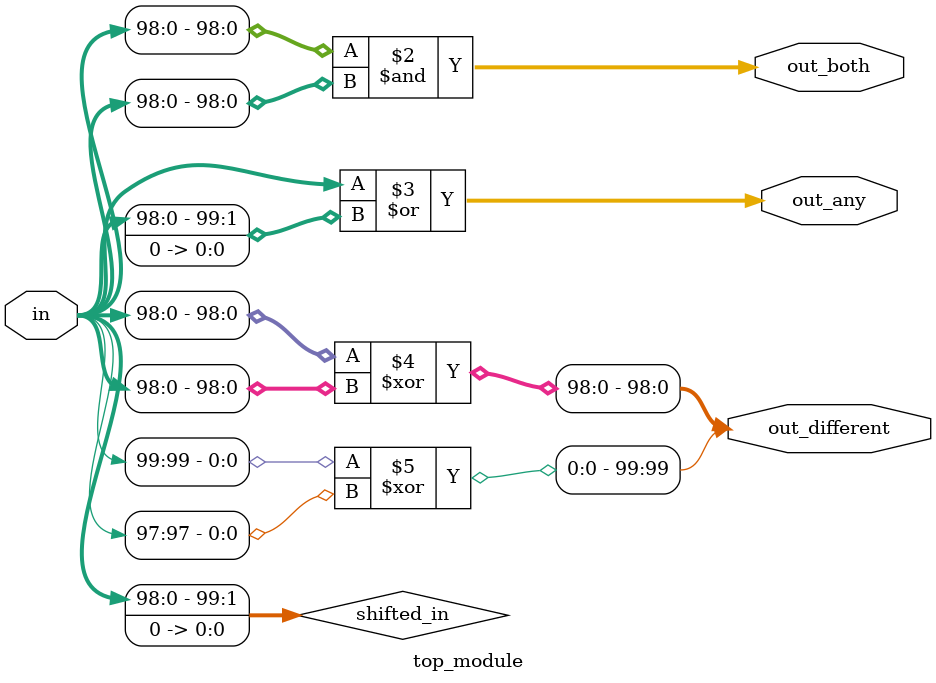
<source format=sv>
module top_module (
    input [99:0] in,
    output [98:0] out_both,
    output [99:0] out_any,
    output [99:0] out_different
);

    wire [99:0] shifted_in;
    assign shifted_in = in << 1;

    assign out_both = in[98:0] & shifted_in[99:1];
    assign out_any = in | shifted_in;
    assign out_different = {in[99] ^ shifted_in[98], in[98:0] ^ shifted_in[99:1]};

endmodule

</source>
